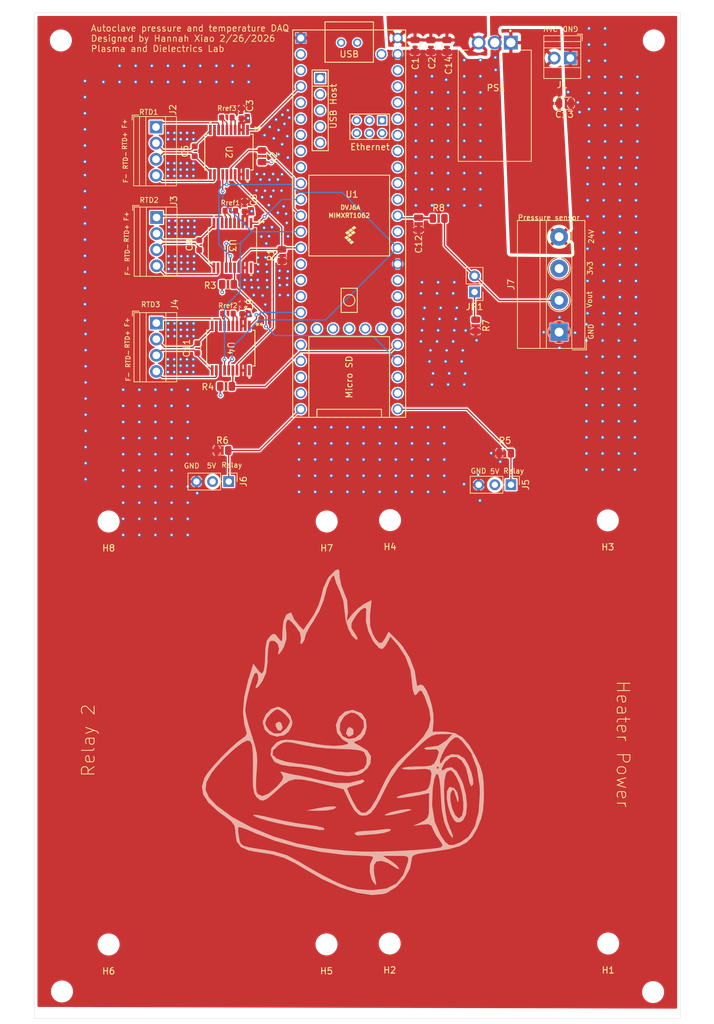
<source format=kicad_pcb>
(kicad_pcb
	(version 20241229)
	(generator "pcbnew")
	(generator_version "9.0")
	(general
		(thickness 1.6)
		(legacy_teardrops no)
	)
	(paper "A4")
	(layers
		(0 "F.Cu" signal)
		(4 "In1.Cu" signal)
		(6 "In2.Cu" signal)
		(2 "B.Cu" signal)
		(9 "F.Adhes" user "F.Adhesive")
		(11 "B.Adhes" user "B.Adhesive")
		(13 "F.Paste" user)
		(15 "B.Paste" user)
		(5 "F.SilkS" user "F.Silkscreen")
		(7 "B.SilkS" user "B.Silkscreen")
		(1 "F.Mask" user)
		(3 "B.Mask" user)
		(17 "Dwgs.User" user "User.Drawings")
		(19 "Cmts.User" user "User.Comments")
		(21 "Eco1.User" user "User.Eco1")
		(23 "Eco2.User" user "User.Eco2")
		(25 "Edge.Cuts" user)
		(27 "Margin" user)
		(31 "F.CrtYd" user "F.Courtyard")
		(29 "B.CrtYd" user "B.Courtyard")
		(35 "F.Fab" user)
		(33 "B.Fab" user)
		(39 "User.1" user)
		(41 "User.2" user)
		(43 "User.3" user)
		(45 "User.4" user)
	)
	(setup
		(stackup
			(layer "F.SilkS"
				(type "Top Silk Screen")
			)
			(layer "F.Paste"
				(type "Top Solder Paste")
			)
			(layer "F.Mask"
				(type "Top Solder Mask")
				(thickness 0.01)
			)
			(layer "F.Cu"
				(type "copper")
				(thickness 0.035)
			)
			(layer "dielectric 1"
				(type "prepreg")
				(thickness 0.1)
				(material "FR4")
				(epsilon_r 4.5)
				(loss_tangent 0.02)
			)
			(layer "In1.Cu"
				(type "copper")
				(thickness 0.035)
			)
			(layer "dielectric 2"
				(type "core")
				(thickness 1.24)
				(material "FR4")
				(epsilon_r 4.5)
				(loss_tangent 0.02)
			)
			(layer "In2.Cu"
				(type "copper")
				(thickness 0.035)
			)
			(layer "dielectric 3"
				(type "prepreg")
				(thickness 0.1)
				(material "FR4")
				(epsilon_r 4.5)
				(loss_tangent 0.02)
			)
			(layer "B.Cu"
				(type "copper")
				(thickness 0.035)
			)
			(layer "B.Mask"
				(type "Bottom Solder Mask")
				(thickness 0.01)
			)
			(layer "B.Paste"
				(type "Bottom Solder Paste")
			)
			(layer "B.SilkS"
				(type "Bottom Silk Screen")
			)
			(copper_finish "None")
			(dielectric_constraints no)
		)
		(pad_to_mask_clearance 0.0508)
		(allow_soldermask_bridges_in_footprints no)
		(tenting front back)
		(pcbplotparams
			(layerselection 0x00000000_00000000_55555555_5755f5ff)
			(plot_on_all_layers_selection 0x00000000_00000000_00000000_00000000)
			(disableapertmacros no)
			(usegerberextensions no)
			(usegerberattributes yes)
			(usegerberadvancedattributes yes)
			(creategerberjobfile yes)
			(dashed_line_dash_ratio 12.000000)
			(dashed_line_gap_ratio 3.000000)
			(svgprecision 4)
			(plotframeref no)
			(mode 1)
			(useauxorigin no)
			(hpglpennumber 1)
			(hpglpenspeed 20)
			(hpglpendiameter 15.000000)
			(pdf_front_fp_property_popups yes)
			(pdf_back_fp_property_popups yes)
			(pdf_metadata yes)
			(pdf_single_document no)
			(dxfpolygonmode yes)
			(dxfimperialunits yes)
			(dxfusepcbnewfont yes)
			(psnegative no)
			(psa4output no)
			(plot_black_and_white yes)
			(sketchpadsonfab no)
			(plotpadnumbers no)
			(hidednponfab no)
			(sketchdnponfab yes)
			(crossoutdnponfab yes)
			(subtractmaskfromsilk no)
			(outputformat 1)
			(mirror no)
			(drillshape 0)
			(scaleselection 1)
			(outputdirectory "fab/")
		)
	)
	(net 0 "")
	(net 1 "GND")
	(net 2 "+5V")
	(net 3 "+3V3")
	(net 4 "/Temperature Sense/RTD1-")
	(net 5 "/Temperature Sense/RTD1+")
	(net 6 "/Temperature Sense/RTD2+")
	(net 7 "/Temperature Sense/RTD2-")
	(net 8 "/Temperature Sense/RTD3-")
	(net 9 "/Temperature Sense/RTD3+")
	(net 10 "Net-(U1-15_A1_RX3_SPDIF_IN)")
	(net 11 "+24V")
	(net 12 "/Temperature Sense/F1-")
	(net 13 "/Temperature Sense/F1+")
	(net 14 "/Temperature Sense/F2+")
	(net 15 "/Temperature Sense/F2-")
	(net 16 "/Temperature Sense/F3-")
	(net 17 "/Temperature Sense/F3+")
	(net 18 "/Relay_heater")
	(net 19 "/Relay2")
	(net 20 "/Pressure_sense")
	(net 21 "Net-(JP1-A)")
	(net 22 "/MISO")
	(net 23 "/nCS_RTD1")
	(net 24 "/nCS_RTD2")
	(net 25 "/nCS_RTD3")
	(net 26 "Net-(U3-BIAS)")
	(net 27 "Net-(U3-ISENSOR)")
	(net 28 "Net-(U4-BIAS)")
	(net 29 "Net-(U4-ISENSOR)")
	(net 30 "Net-(U2-BIAS)")
	(net 31 "Net-(U2-ISENSOR)")
	(net 32 "unconnected-(U1-VBAT-Pad50)")
	(net 33 "unconnected-(U1-17_A3_TX4_SDA1-Pad39)")
	(net 34 "unconnected-(U1-39_MISO1_OUT1A-Pad31)")
	(net 35 "unconnected-(U1-35_TX8-Pad27)")
	(net 36 "unconnected-(U1-D+-Pad57)")
	(net 37 "/MOSI")
	(net 38 "unconnected-(U1-1_TX1_CTX2_MISO1-Pad3)")
	(net 39 "/nDRDY_RTD3")
	(net 40 "unconnected-(U1-ON_OFF-Pad54)")
	(net 41 "unconnected-(U1-4_BCLK2-Pad6)")
	(net 42 "unconnected-(U1-14_A0_TX3_SPDIF_OUT-Pad36)")
	(net 43 "unconnected-(U1-LED-Pad61)")
	(net 44 "unconnected-(U1-31_CTX3-Pad23)")
	(net 45 "unconnected-(U1-20_A6_TX5_LRCLK1-Pad42)")
	(net 46 "unconnected-(U1-6_OUT1D-Pad8)")
	(net 47 "unconnected-(U1-GND-Pad58)")
	(net 48 "unconnected-(U1-3V3-Pad51)")
	(net 49 "unconnected-(U1-40_A16-Pad32)")
	(net 50 "/nDRDY_RTD2")
	(net 51 "unconnected-(U1-T--Pad62)")
	(net 52 "unconnected-(U1-16_A2_RX4_SCL1-Pad38)")
	(net 53 "unconnected-(U1-8_TX2_IN1-Pad10)")
	(net 54 "unconnected-(U1-VUSB-Pad49)")
	(net 55 "unconnected-(U1-21_A7_RX5_BCLK1-Pad43)")
	(net 56 "unconnected-(U1-5V-Pad55)")
	(net 57 "unconnected-(U1-30_CRX3-Pad22)")
	(net 58 "/nDRDY_RTD1")
	(net 59 "unconnected-(U1-18_A4_SDA-Pad40)")
	(net 60 "unconnected-(U1-22_A8_CTX1-Pad44)")
	(net 61 "unconnected-(U1-41_A17-Pad33)")
	(net 62 "unconnected-(U1-T+-Pad63)")
	(net 63 "unconnected-(U1-GND-Pad52)")
	(net 64 "unconnected-(U1-R--Pad65)")
	(net 65 "unconnected-(U1-GND-Pad64)")
	(net 66 "unconnected-(U1-27_A13_SCK1-Pad19)")
	(net 67 "unconnected-(U1-34_RX8-Pad26)")
	(net 68 "unconnected-(U1-GND-Pad59)")
	(net 69 "unconnected-(U1-28_RX7-Pad20)")
	(net 70 "unconnected-(U1-7_RX2_OUT1A-Pad9)")
	(net 71 "unconnected-(U1-R+-Pad60)")
	(net 72 "unconnected-(U1-D+-Pad67)")
	(net 73 "unconnected-(U1-PROGRAM-Pad53)")
	(net 74 "unconnected-(U1-5_IN2-Pad7)")
	(net 75 "unconnected-(U1-23_A9_CRX1_MCLK1-Pad45)")
	(net 76 "unconnected-(U1-D--Pad66)")
	(net 77 "unconnected-(U1-38_CS1_IN1-Pad30)")
	(net 78 "unconnected-(U1-D--Pad56)")
	(net 79 "unconnected-(U1-19_A5_SCL-Pad41)")
	(net 80 "/SCK")
	(net 81 "unconnected-(U1-3_LRCLK2-Pad5)")
	(net 82 "unconnected-(U1-0_RX1_CRX2_CS1-Pad2)")
	(net 83 "unconnected-(U1-25_A11_RX6_SDA2-Pad17)")
	(net 84 "unconnected-(U1-29_TX7-Pad21)")
	(net 85 "unconnected-(U2-N.C.-Pad20)")
	(net 86 "unconnected-(U3-N.C.-Pad20)")
	(net 87 "unconnected-(U4-N.C.-Pad20)")
	(net 88 "unconnected-(U1-24_A10_TX6_SCL2-Pad16)")
	(footprint "TerminalBlock:TerminalBlock_Xinya_XY308-2.54-2P_1x02_P2.54mm_Horizontal" (layer "F.Cu") (at 133.525 39.445 180))
	(footprint "Resistor_SMD:R_0603_1608Metric" (layer "F.Cu") (at 79.994998 63.46885 180))
	(footprint "Resistor_SMD:R_0603_1608Metric" (layer "F.Cu") (at 79.448802 48.8038 180))
	(footprint "Resistor_SMD:R_0805_2012Metric" (layer "F.Cu") (at 88.11 70.46 -90))
	(footprint "MountingHole:MountingHole_3.2mm_M3" (layer "F.Cu") (at 53.32 36.68))
	(footprint "Resistor_SMD:R_0805_2012Metric" (layer "F.Cu") (at 84.978802 54.8963 90))
	(footprint "TerminalBlock:TerminalBlock_Xinya_XY308-2.54-4P_1x04_P2.54mm_Horizontal" (layer "F.Cu") (at 68.298802 50.2938 -90))
	(footprint "Capacitor_SMD:C_0603_1608Metric" (layer "F.Cu") (at 82.254998 62.79885 90))
	(footprint "Capacitor_SMD:C_0805_2012Metric" (layer "F.Cu") (at 114.09 37.55 -90))
	(footprint "Resistor_SMD:R_0603_1608Metric" (layer "F.Cu") (at 79.62 79.65 180))
	(footprint "Capacitor_SMD:C_0603_1608Metric" (layer "F.Cu") (at 81.89 78.93 90))
	(footprint "Connector_PinHeader_2.54mm:PinHeader_1x03_P2.54mm_Vertical" (layer "F.Cu") (at 124.17 106.585 -90))
	(footprint "MountingHole:MountingHole_3.2mm_M3" (layer "F.Cu") (at 105.09 178.775 180))
	(footprint "Capacitor_SMD:C_0805_2012Metric" (layer "F.Cu") (at 109.64 65.51 -90))
	(footprint "MountingHole:MountingHole_3.2mm_M3" (layer "F.Cu") (at 60.84 112.365 180))
	(footprint "MountingHole:MountingHole_3.2mm_M3" (layer "F.Cu") (at 139.42 112.195 180))
	(footprint "MountingHole:MountingHole_3.2mm_M3" (layer "F.Cu") (at 146.55 186.42))
	(footprint "PDL_kicad_footprints:21-0056C_20_MXM" (layer "F.Cu") (at 80.334998 68.92885 -90))
	(footprint "Resistor_SMD:R_0805_2012Metric" (layer "F.Cu") (at 79.32 91.11))
	(footprint "PDL_kicad_footprints:Teensy41" (layer "F.Cu") (at 98.71 65.5 -90))
	(footprint "Resistor_SMD:R_0805_2012Metric" (layer "F.Cu") (at 118.62 81.53 -90))
	(footprint "Capacitor_SMD:C_0805_2012Metric" (layer "F.Cu") (at 109.07 37.53 -90))
	(footprint "Capacitor_SMD:C_0805_2012Metric" (layer "F.Cu") (at 111.56 37.56 -90))
	(footprint "Resistor_SMD:R_0805_2012Metric" (layer "F.Cu") (at 112.79 64.68))
	(footprint "Connector_PinHeader_2.54mm:PinHeader_1x02_P2.54mm_Vertical" (layer "F.Cu") (at 118.44 76.255 180))
	(footprint "Capacitor_SMD:C_0603_1608Metric" (layer "F.Cu") (at 81.748802 48.1438 90))
	(footprint "MountingHole:MountingHole_3.2mm_M3" (layer "F.Cu") (at 53.5 186.32))
	(footprint "MountingHole:MountingHole_3.2mm_M3" (layer "F.Cu") (at 60.84 178.925 180))
	(footprint "Capacitor_SMD:C_0603_1608Metric" (layer "F.Cu") (at 74.383802 54.1038 -90))
	(footprint "Resistor_SMD:R_0805_2012Metric" (layer "F.Cu") (at 123.25 101.625 180))
	(footprint "MountingHole:MountingHole_3.2mm_M3" (layer "F.Cu") (at 139.48 178.775 180))
	(footprint "Capacitor_SMD:C_0603_1608Metric" (layer "F.Cu") (at 74.82 85.09 -90))
	(footprint "Capacitor_SMD:C_0603_1608Metric" (layer "F.Cu") (at 75.114998 68.86885 -90))
	(footprint "TerminalBlock_MetzConnect:TerminalBlock_MetzConnect_Type011_RT05504HBWC_1x04_P5.00mm_Horizontal"
		(layer "F.Cu")
		(uuid "b4e95052-b3a5-4446-afd8-6da63d7a2097")
		(at 131.75 82.57 90)
		(descr "terminal block Metz Connect Type011_RT05504HBWC, 4 pins, pitch 5mm, size 20x10.5mm^2, drill diamater 1.4mm, pad diameter 2.8mm, see http://www.metz-connect.com/de/system/files/productfiles/Datenblatt_310111_RT055xxHBLC_OFF-022717S.pdf, script-generated using https://github.com/pointhi/kicad-footprint-generator/scripts/TerminalBlock_MetzConnect")
		(tags "THT terminal block Metz Connect Type011_RT05504HBWC pitch 5mm size 20x10.5mm^2 drill 1.4mm pad 2.8mm")
		(property "Reference" "J7"
			(at 7.5 -7.56 90)
			(layer "F.SilkS")
			(uuid "3e12d964-c1e0-401a-bdef-4971acd7b1d4")
			(effects
				(font
					(size 1 1)
					(thickness 0.15)
				)
			)
		)
		(property "Value" "Screw_Terminal_01x04"
			(at 7.5 5.06 90)
			(layer "F.Fab")
			(uuid "4dc15dfa-7d9f-4bbd-802b-1460f0dea606")
			(effects
				(font
					(size 1 1)
					(thickness 0.15)
				)
			)
		)
		(property "Datasheet" ""
			(at 0 0 90)
			(unlocked yes)
			(layer "F.Fab")
			(hide yes)
			(uuid "e72116af-c268-42af-bdc2-a8ca350a4068")
			(effects
				(font
					(size 1.27 1.27)
					(thickness 0.15)
				)
			)
		)
		(property "Description" "Generic screw terminal, single row, 01x04, script generated (kicad-library-utils/schlib/autogen/connector/)"
			(at 0 0 90)
			(unlocked yes)
			(layer "F.Fab")
			(hide yes)
			(uuid "5457f5e5-f14e-4df8-a6c4-8a7fc75b31dc")
			(effects
				(font
					(size 1.27 1.27)
					(thickness 0.15)
				)
			)
		)
		(property ki_fp_filters "TerminalBlock*:*")
		(path "/7ec68d63-f9cf-4d59-873c-e50fb888ce1c/0a171c9d-d3b8-4d1d-8111-4460a7f44c3a")
		(sheetname "/Pressure Sense/")
		(sheetfile "pressure_sense.kicad_sch")
		(attr through_hole)
		(fp_line
			(start 17.561 -6.56)
			(end 17.561 4.06)
			(stroke
				(width 0.12)
				(type solid)
			)
			(layer "F.SilkS")
			(uuid "89fa170f-8b56-4c3c-9736-bfc39939a366")
		)
		(fp_line
			(start -2.56 -6.56)
			(end 17.561 -6.56)
			(stroke
				(width 0.12)
				(type solid)
			)
			(layer "F.SilkS")
			(uuid "ab7c9b4c-02e5-4486-85de-eed391df1fba")
		)
		(fp_line
			(start -2.56 -6.56)
			(end -2.56 4.06)
			(stroke
				(width 0.12)
				(type solid)
			)
			(layer "F.SilkS")
			(uuid "69edd922-535d-45d4-90b7-2b03e80e3f1d")
		)
		(fp_line
			(start -2.56 -3)
			(end 17.561 -3)
			(stroke
				(width 0.12)
				(type solid)
			)
			(layer "F.SilkS")
			(uuid "6794440b-6c24-44fc-b1b1-e3b6fd44889d")
		)
		(fp_line
			(start -2.56 -2)
			(end 17.561 -2)
			(stroke
				(width 0.12)
				(type solid)
			)
			(layer "F.SilkS")
			(uuid "b3f4e60f-edd2-4e45-bd1e-ceab27bdc2be")
		)
		(fp_line
			(start 16.133 -1.35)
			(end 16.108 -1.326)
			(stroke
				(width 0.12)
				(type solid)
			)
			(layer "F.SilkS")
			(uuid "e07aba89-8e03-42ba-82da-562104a949ac")
		)
		(fp_line
			(start 11.133 -1.35)
			(end 11.108 -1.326)
			(stroke
				(width 0.12)
				(type solid)
			)
			(layer "F.SilkS")
			(uuid "a5547466-332f-4b0a-a08a-7e6272799435")
		)
		(fp_line
			(start 6.133 -1.35)
			(end 6.108 -1.326)
			(stroke
				(width 0.12)
				(type solid)
			)
			(layer "F.SilkS")
			(uuid "8aa549f3-306d-4e07-a36b-ba234c6bd9cc")
		)
		(fp_line
			(start 16.35 -1.133)
			(end 16.301 -1.083)
			(stroke
				(width 0.12)
				(type solid)
			)
			(layer "F.SilkS")
			(uuid "74446204-7be8-46ee-8124-541e580edd6f")
		)
		(fp_line
			(start 11.35 -1.133)
			(end 11.301 -1.083)
			(stroke
				(width 0.12)
				(type solid)
			)
			(layer "F.SilkS")
			(uuid "cad7edac-15ed-46bd-a166-674bb081169f")
		)
		(fp_line
			(start 6.35 -1.133)
			(end 6.301 -1.083)
			(stroke
				(width 0.12)
				(type solid)
			)
			(layer "F.SilkS")
			(uuid "7284bfbf-f31a-439d-ba47-43e0bd2ee41b")
		)
		(fp_line
			(start 13.7 1.083)
			(end 13.65 1.133)
			(stroke
				(width 0.12)
				(type solid)
			)
			(layer "F.SilkS")
			(uuid "63259de2-2324-47ac-8f6c-f5ea6ac207ed")
		)
		(fp_line
			(start 8.7 1.083)
			(end 8.65 1.133)
			(stroke
				(width 0.12)
				(type solid)
			)
			(layer "F.SilkS")
			(uuid "1bc6b28f-1fd3-456c-9a14-2a803879826c")
		)
		(fp_line
			(start 3.7 1.083)
			(end 3.65 1.133)
			(stroke
				(width 0.12)
				(type solid)
			)
			(layer "F.SilkS")
			(uuid "cb466032-1fc3-4496-8470-9ae503d646ca")
		)
		(fp_line
			(start 13.892 1.325)
			(end 13.868 1.35)
			(stroke
				(width 0.12)
				(type solid)
			)
			(layer "F.SilkS")
			(uuid "60b0381b-ecb0-4f39-99fd-42f12ba694cf")
		)
		(fp_line
			(start 8.892 1.325)
			(end 8.868 1.35)
			(stroke
				(width 0.12)
				(type solid)
			)
			(layer "F.SilkS")
			(uuid "54e5c5b2-5340-4cf6-88ce-4dad3a5cb644")
		)
		(fp_line
			(start 3.892 1.325)
			(end 3.868 1.35)
			(stroke
				(width 0.12)
				(type solid)
			)
			(layer "F.SilkS")
			(uuid "fbddbe1c-383a-40f2-af8d-85a5ae9bb42d")
		)
		(fp_line
			(start -2.56 2)
			(end 17.561 2)
			(stroke
				(width 0.12)
				(type solid)
			)
			(layer "F.SilkS")
			(uuid "68d0da7e-60d1-4775-a895-3df2b2c9236d")
		)
		(fp_line
			(start -2.8 2.06)
			(end -2.8 4.3)
			(stroke
				(width 0.12)
				(type solid)
			)
			(layer "F.SilkS")
			(uuid "9d60c74c-e7eb-479d-ac75-5d4cb62384a6")
		)
		(fp_line
			(start -2.56 4.06)
			(end 17.561 4.06)
			(stroke
				(width 0.12)
				(type solid)
			)
			(layer "F.SilkS")
			(uuid "e0cf3c15-1655-478f-9321-0c0ec83cb94a")
		)
		(fp_line
			(start -2.8 4.3)
			(end -0.8 4.3)
			(stroke
				(width 0.12)
				(type solid)
			)
			(layer "F.SilkS")
			(uuid "c7d627ed-d3
... [1561507 chars truncated]
</source>
